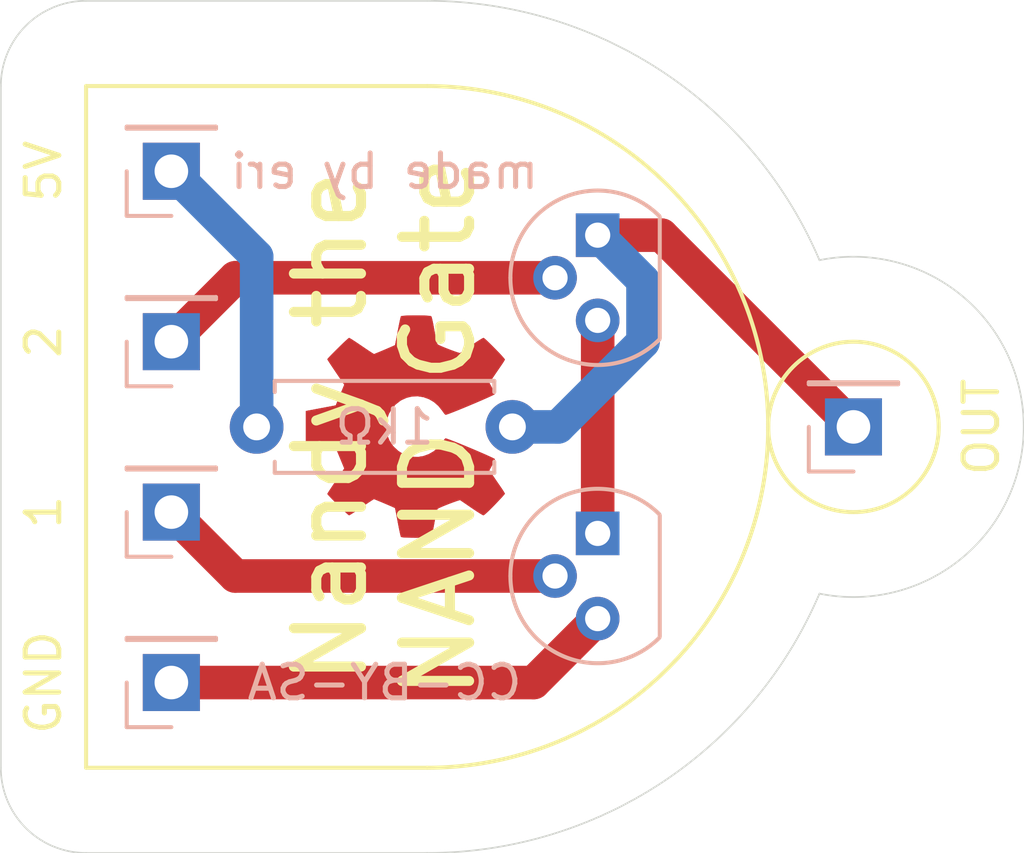
<source format=kicad_pcb>
(kicad_pcb (version 20171130) (host pcbnew 5.1.6+dfsg1-1)

  (general
    (thickness 1.6)
    (drawings 16)
    (tracks 15)
    (zones 0)
    (modules 9)
    (nets 7)
  )

  (page A4)
  (layers
    (0 F.Cu signal)
    (31 B.Cu signal)
    (32 B.Adhes user)
    (33 F.Adhes user)
    (34 B.Paste user)
    (35 F.Paste user)
    (36 B.SilkS user)
    (37 F.SilkS user)
    (38 B.Mask user)
    (39 F.Mask user)
    (40 Dwgs.User user)
    (41 Cmts.User user)
    (42 Eco1.User user)
    (43 Eco2.User user)
    (44 Edge.Cuts user)
    (45 Margin user)
    (46 B.CrtYd user)
    (47 F.CrtYd user)
    (48 B.Fab user)
    (49 F.Fab user)
  )

  (setup
    (last_trace_width 1)
    (user_trace_width 1)
    (trace_clearance 0.2)
    (zone_clearance 0.508)
    (zone_45_only no)
    (trace_min 0.2)
    (via_size 0.8)
    (via_drill 0.4)
    (via_min_size 0.4)
    (via_min_drill 0.3)
    (uvia_size 0.3)
    (uvia_drill 0.1)
    (uvias_allowed no)
    (uvia_min_size 0.2)
    (uvia_min_drill 0.1)
    (edge_width 0.05)
    (segment_width 0.2)
    (pcb_text_width 0.3)
    (pcb_text_size 1.5 1.5)
    (mod_edge_width 0.12)
    (mod_text_size 1 1)
    (mod_text_width 0.15)
    (pad_size 1.524 1.524)
    (pad_drill 0.762)
    (pad_to_mask_clearance 0.05)
    (aux_axis_origin 0 0)
    (visible_elements FFFFFF7F)
    (pcbplotparams
      (layerselection 0x010fc_ffffffff)
      (usegerberextensions false)
      (usegerberattributes true)
      (usegerberadvancedattributes true)
      (creategerberjobfile true)
      (excludeedgelayer true)
      (linewidth 0.100000)
      (plotframeref false)
      (viasonmask false)
      (mode 1)
      (useauxorigin false)
      (hpglpennumber 1)
      (hpglpenspeed 20)
      (hpglpendiameter 15.000000)
      (psnegative false)
      (psa4output false)
      (plotreference true)
      (plotvalue true)
      (plotinvisibletext false)
      (padsonsilk false)
      (subtractmaskfromsilk false)
      (outputformat 1)
      (mirror false)
      (drillshape 1)
      (scaleselection 1)
      (outputdirectory ""))
  )

  (net 0 "")
  (net 1 "Net-(J1-Pad1)")
  (net 2 "Net-(J2-Pad1)")
  (net 3 "Net-(J3-Pad1)")
  (net 4 "Net-(J4-Pad1)")
  (net 5 "Net-(J5-Pad1)")
  (net 6 "Net-(Q1-Pad3)")

  (net_class Default "This is the default net class."
    (clearance 0.2)
    (trace_width 0.25)
    (via_dia 0.8)
    (via_drill 0.4)
    (uvia_dia 0.3)
    (uvia_drill 0.1)
    (add_net "Net-(J1-Pad1)")
    (add_net "Net-(J2-Pad1)")
    (add_net "Net-(J3-Pad1)")
    (add_net "Net-(J4-Pad1)")
    (add_net "Net-(J5-Pad1)")
    (add_net "Net-(Q1-Pad3)")
  )

  (module Symbol:OSHW-Symbol_6.7x6mm_Copper (layer F.Cu) (tedit 0) (tstamp 6071F7E4)
    (at 156.845 58.42 90)
    (descr "Open Source Hardware Symbol")
    (tags "Logo Symbol OSHW")
    (attr virtual)
    (fp_text reference REF** (at 0 0 90) (layer F.SilkS) hide
      (effects (font (size 1 1) (thickness 0.15)))
    )
    (fp_text value OSHW-Symbol_6.7x6mm_Copper (at 0.75 0 90) (layer F.Fab) hide
      (effects (font (size 1 1) (thickness 0.15)))
    )
    (fp_poly (pts (xy 0.555814 -2.531069) (xy 0.639635 -2.086445) (xy 0.94892 -1.958947) (xy 1.258206 -1.831449)
      (xy 1.629246 -2.083754) (xy 1.733157 -2.154004) (xy 1.827087 -2.216728) (xy 1.906652 -2.269062)
      (xy 1.96747 -2.308143) (xy 2.005157 -2.331107) (xy 2.015421 -2.336058) (xy 2.03391 -2.323324)
      (xy 2.07342 -2.288118) (xy 2.129522 -2.234938) (xy 2.197787 -2.168282) (xy 2.273786 -2.092646)
      (xy 2.353092 -2.012528) (xy 2.431275 -1.932426) (xy 2.503907 -1.856836) (xy 2.566559 -1.790255)
      (xy 2.614803 -1.737182) (xy 2.64421 -1.702113) (xy 2.651241 -1.690377) (xy 2.641123 -1.66874)
      (xy 2.612759 -1.621338) (xy 2.569129 -1.552807) (xy 2.513218 -1.467785) (xy 2.448006 -1.370907)
      (xy 2.410219 -1.31565) (xy 2.341343 -1.214752) (xy 2.28014 -1.123701) (xy 2.229578 -1.04703)
      (xy 2.192628 -0.989272) (xy 2.172258 -0.954957) (xy 2.169197 -0.947746) (xy 2.176136 -0.927252)
      (xy 2.195051 -0.879487) (xy 2.223087 -0.811168) (xy 2.257391 -0.729011) (xy 2.295109 -0.63973)
      (xy 2.333387 -0.550042) (xy 2.36937 -0.466662) (xy 2.400206 -0.396306) (xy 2.423039 -0.34569)
      (xy 2.435017 -0.321529) (xy 2.435724 -0.320578) (xy 2.454531 -0.315964) (xy 2.504618 -0.305672)
      (xy 2.580793 -0.290713) (xy 2.677865 -0.272099) (xy 2.790643 -0.250841) (xy 2.856442 -0.238582)
      (xy 2.97695 -0.215638) (xy 3.085797 -0.193805) (xy 3.177476 -0.174278) (xy 3.246481 -0.158252)
      (xy 3.287304 -0.146921) (xy 3.295511 -0.143326) (xy 3.303548 -0.118994) (xy 3.310033 -0.064041)
      (xy 3.31497 0.015108) (xy 3.318364 0.112026) (xy 3.320218 0.220287) (xy 3.320538 0.333465)
      (xy 3.319327 0.445135) (xy 3.31659 0.548868) (xy 3.312331 0.638241) (xy 3.306555 0.706826)
      (xy 3.299267 0.748197) (xy 3.294895 0.75681) (xy 3.268764 0.767133) (xy 3.213393 0.781892)
      (xy 3.136107 0.799352) (xy 3.04423 0.81778) (xy 3.012158 0.823741) (xy 2.857524 0.852066)
      (xy 2.735375 0.874876) (xy 2.641673 0.89308) (xy 2.572384 0.907583) (xy 2.523471 0.919292)
      (xy 2.490897 0.929115) (xy 2.470628 0.937956) (xy 2.458626 0.946724) (xy 2.456947 0.948457)
      (xy 2.440184 0.976371) (xy 2.414614 1.030695) (xy 2.382788 1.104777) (xy 2.34726 1.191965)
      (xy 2.310583 1.285608) (xy 2.275311 1.379052) (xy 2.243996 1.465647) (xy 2.219193 1.53874)
      (xy 2.203454 1.591678) (xy 2.199332 1.617811) (xy 2.199676 1.618726) (xy 2.213641 1.640086)
      (xy 2.245322 1.687084) (xy 2.291391 1.754827) (xy 2.348518 1.838423) (xy 2.413373 1.932982)
      (xy 2.431843 1.959854) (xy 2.497699 2.057275) (xy 2.55565 2.146163) (xy 2.602538 2.221412)
      (xy 2.635207 2.27792) (xy 2.6505 2.310581) (xy 2.651241 2.314593) (xy 2.638392 2.335684)
      (xy 2.602888 2.377464) (xy 2.549293 2.435445) (xy 2.482171 2.505135) (xy 2.406087 2.582045)
      (xy 2.325604 2.661683) (xy 2.245287 2.739561) (xy 2.169699 2.811186) (xy 2.103405 2.87207)
      (xy 2.050969 2.917721) (xy 2.016955 2.94365) (xy 2.007545 2.947883) (xy 1.985643 2.937912)
      (xy 1.9408 2.91102) (xy 1.880321 2.871736) (xy 1.833789 2.840117) (xy 1.749475 2.782098)
      (xy 1.649626 2.713784) (xy 1.549473 2.645579) (xy 1.495627 2.609075) (xy 1.313371 2.4858)
      (xy 1.160381 2.56852) (xy 1.090682 2.604759) (xy 1.031414 2.632926) (xy 0.991311 2.648991)
      (xy 0.981103 2.651226) (xy 0.968829 2.634722) (xy 0.944613 2.588082) (xy 0.910263 2.515609)
      (xy 0.867588 2.421606) (xy 0.818394 2.310374) (xy 0.76449 2.186215) (xy 0.707684 2.053432)
      (xy 0.649782 1.916327) (xy 0.592593 1.779202) (xy 0.537924 1.646358) (xy 0.487584 1.522098)
      (xy 0.44338 1.410725) (xy 0.407119 1.316539) (xy 0.380609 1.243844) (xy 0.365658 1.196941)
      (xy 0.363254 1.180833) (xy 0.382311 1.160286) (xy 0.424036 1.126933) (xy 0.479706 1.087702)
      (xy 0.484378 1.084599) (xy 0.628264 0.969423) (xy 0.744283 0.835053) (xy 0.83143 0.685784)
      (xy 0.888699 0.525913) (xy 0.915086 0.359737) (xy 0.909585 0.191552) (xy 0.87119 0.025655)
      (xy 0.798895 -0.133658) (xy 0.777626 -0.168513) (xy 0.666996 -0.309263) (xy 0.536302 -0.422286)
      (xy 0.390064 -0.506997) (xy 0.232808 -0.562806) (xy 0.069057 -0.589126) (xy -0.096667 -0.58537)
      (xy -0.259838 -0.55095) (xy -0.415935 -0.485277) (xy -0.560433 -0.387765) (xy -0.605131 -0.348187)
      (xy -0.718888 -0.224297) (xy -0.801782 -0.093876) (xy -0.858644 0.052315) (xy -0.890313 0.197088)
      (xy -0.898131 0.35986) (xy -0.872062 0.52344) (xy -0.814755 0.682298) (xy -0.728856 0.830906)
      (xy -0.617014 0.963735) (xy -0.481877 1.075256) (xy -0.464117 1.087011) (xy -0.40785 1.125508)
      (xy -0.365077 1.158863) (xy -0.344628 1.18016) (xy -0.344331 1.180833) (xy -0.348721 1.203871)
      (xy -0.366124 1.256157) (xy -0.394732 1.33339) (xy -0.432735 1.431268) (xy -0.478326 1.545491)
      (xy -0.529697 1.671758) (xy -0.585038 1.805767) (xy -0.642542 1.943218) (xy -0.700399 2.079808)
      (xy -0.756802 2.211237) (xy -0.809942 2.333205) (xy -0.85801 2.441409) (xy -0.899199 2.531549)
      (xy -0.931699 2.599323) (xy -0.953703 2.64043) (xy -0.962564 2.651226) (xy -0.98964 2.642819)
      (xy -1.040303 2.620272) (xy -1.105817 2.587613) (xy -1.141841 2.56852) (xy -1.294832 2.4858)
      (xy -1.477088 2.609075) (xy -1.570125 2.672228) (xy -1.671985 2.741727) (xy -1.767438 2.807165)
      (xy -1.81525 2.840117) (xy -1.882495 2.885273) (xy -1.939436 2.921057) (xy -1.978646 2.942938)
      (xy -1.991381 2.947563) (xy -2.009917 2.935085) (xy -2.050941 2.900252) (xy -2.110475 2.846678)
      (xy -2.184542 2.777983) (xy -2.269165 2.697781) (xy -2.322685 2.646286) (xy -2.416319 2.554286)
      (xy -2.497241 2.471999) (xy -2.562177 2.402945) (xy -2.607858 2.350644) (xy -2.631011 2.318616)
      (xy -2.633232 2.312116) (xy -2.622924 2.287394) (xy -2.594439 2.237405) (xy -2.550937 2.167212)
      (xy -2.495577 2.081875) (xy -2.43152 1.986456) (xy -2.413303 1.959854) (xy -2.346927 1.863167)
      (xy -2.287378 1.776117) (xy -2.237984 1.703595) (xy -2.202075 1.650493) (xy -2.182981 1.621703)
      (xy -2.181136 1.618726) (xy -2.183895 1.595782) (xy -2.198538 1.545336) (xy -2.222513 1.474041)
      (xy -2.253266 1.388547) (xy -2.288244 1.295507) (xy -2.324893 1.201574) (xy -2.360661 1.113399)
      (xy -2.392994 1.037634) (xy -2.419338 0.980931) (xy -2.437142 0.949943) (xy -2.438407 0.948457)
      (xy -2.449294 0.939601) (xy -2.467682 0.930843) (xy -2.497606 0.921277) (xy -2.543103 0.909996)
      (xy -2.608209 0.896093) (xy -2.696961 0.878663) (xy -2.813393 0.856798) (xy -2.961542 0.829591)
      (xy -2.993618 0.823741) (xy -3.088686 0.805374) (xy -3.171565 0.787405) (xy -3.23493 0.771569)
      (xy -3.271458 0.7596) (xy -3.276356 0.75681) (xy -3.284427 0.732072) (xy -3.290987 0.67679)
      (xy -3.296033 0.597389) (xy -3.299559 0.500296) (xy -3.301561 0.391938) (xy -3.302036 0.27874)
      (xy -3.300977 0.167128) (xy -3.298382 0.063529) (xy -3.294246 -0.025632) (xy -3.288563 -0.093928)
      (xy -3.281331 -0.134934) (xy -3.276971 -0.143326) (xy -3.252698 -0.151792) (xy -3.197426 -0.165565)
      (xy -3.116662 -0.18345) (xy -3.015912 -0.204252) (xy -2.900683 -0.226777) (xy -2.837902 -0.238582)
      (xy -2.718787 -0.260849) (xy -2.612565 -0.281021) (xy -2.524427 -0.298085) (xy -2.459566 -0.311031)
      (xy -2.423174 -0.318845) (xy -2.417184 -0.320578) (xy -2.407061 -0.34011) (xy -2.385662 -0.387157)
      (xy -2.355839 -0.454997) (xy -2.320445 -0.536909) (xy -2.282332 -0.626172) (xy -2.244353 -0.716065)
      (xy -2.20936 -0.799865) (xy -2.180206 -0.870853) (xy -2.159743 -0.922306) (xy -2.150823 -0.947503)
      (xy -2.150657 -0.948604) (xy -2.160769 -0.968481) (xy -2.189117 -1.014223) (xy -2.232723 -1.081283)
      (xy -2.288606 -1.165116) (xy -2.353787 -1.261174) (xy -2.391679 -1.31635) (xy -2.460725 -1.417519)
      (xy -2.52205 -1.50937) (xy -2.572663 -1.587256) (xy -2.609571 -1.646531) (xy -2.629782 -1.682549)
      (xy -2.632701 -1.690623) (xy -2.620153 -1.709416) (xy -2.585463 -1.749543) (xy -2.533063 -1.806507)
      (xy -2.467384 -1.875815) (xy -2.392856 -1.952969) (xy -2.313913 -2.033475) (xy -2.234983 -2.112837)
      (xy -2.1605 -2.18656) (xy -2.094894 -2.250148) (xy -2.042596 -2.299106) (xy -2.008039 -2.328939)
      (xy -1.996478 -2.336058) (xy -1.977654 -2.326047) (xy -1.932631 -2.297922) (xy -1.865787 -2.254546)
      (xy -1.781499 -2.198782) (xy -1.684144 -2.133494) (xy -1.610707 -2.083754) (xy -1.239667 -1.831449)
      (xy -0.621095 -2.086445) (xy -0.537275 -2.531069) (xy -0.453454 -2.975693) (xy 0.471994 -2.975693)
      (xy 0.555814 -2.531069)) (layer F.Cu) (width 0.01))
  )

  (module Resistor_THT:R_Axial_DIN0207_L6.3mm_D2.5mm_P7.62mm_Horizontal (layer B.Cu) (tedit 5AE5139B) (tstamp 60719BC6)
    (at 152.4 58.42)
    (descr "Resistor, Axial_DIN0207 series, Axial, Horizontal, pin pitch=7.62mm, 0.25W = 1/4W, length*diameter=6.3*2.5mm^2, http://cdn-reichelt.de/documents/datenblatt/B400/1_4W%23YAG.pdf")
    (tags "Resistor Axial_DIN0207 series Axial Horizontal pin pitch 7.62mm 0.25W = 1/4W length 6.3mm diameter 2.5mm")
    (path /6072B61E)
    (fp_text reference 1kΩ (at 3.81 0) (layer B.SilkS)
      (effects (font (size 1 1) (thickness 0.15)) (justify mirror))
    )
    (fp_text value 200 (at 3.81 -2.37) (layer B.Fab)
      (effects (font (size 1 1) (thickness 0.15)) (justify mirror))
    )
    (fp_text user %R (at 3.81 0) (layer B.Fab)
      (effects (font (size 1 1) (thickness 0.15)) (justify mirror))
    )
    (fp_line (start 0.66 1.25) (end 0.66 -1.25) (layer B.Fab) (width 0.1))
    (fp_line (start 0.66 -1.25) (end 6.96 -1.25) (layer B.Fab) (width 0.1))
    (fp_line (start 6.96 -1.25) (end 6.96 1.25) (layer B.Fab) (width 0.1))
    (fp_line (start 6.96 1.25) (end 0.66 1.25) (layer B.Fab) (width 0.1))
    (fp_line (start 0 0) (end 0.66 0) (layer B.Fab) (width 0.1))
    (fp_line (start 7.62 0) (end 6.96 0) (layer B.Fab) (width 0.1))
    (fp_line (start 0.54 1.04) (end 0.54 1.37) (layer B.SilkS) (width 0.12))
    (fp_line (start 0.54 1.37) (end 7.08 1.37) (layer B.SilkS) (width 0.12))
    (fp_line (start 7.08 1.37) (end 7.08 1.04) (layer B.SilkS) (width 0.12))
    (fp_line (start 0.54 -1.04) (end 0.54 -1.37) (layer B.SilkS) (width 0.12))
    (fp_line (start 0.54 -1.37) (end 7.08 -1.37) (layer B.SilkS) (width 0.12))
    (fp_line (start 7.08 -1.37) (end 7.08 -1.04) (layer B.SilkS) (width 0.12))
    (fp_line (start -1.05 1.5) (end -1.05 -1.5) (layer B.CrtYd) (width 0.05))
    (fp_line (start -1.05 -1.5) (end 8.67 -1.5) (layer B.CrtYd) (width 0.05))
    (fp_line (start 8.67 -1.5) (end 8.67 1.5) (layer B.CrtYd) (width 0.05))
    (fp_line (start 8.67 1.5) (end -1.05 1.5) (layer B.CrtYd) (width 0.05))
    (pad 2 thru_hole oval (at 7.62 0) (size 1.6 1.6) (drill 0.8) (layers *.Cu *.Mask)
      (net 5 "Net-(J5-Pad1)"))
    (pad 1 thru_hole circle (at 0 0) (size 1.6 1.6) (drill 0.8) (layers *.Cu *.Mask)
      (net 3 "Net-(J3-Pad1)"))
    (model ${KISYS3DMOD}/Resistor_THT.3dshapes/R_Axial_DIN0207_L6.3mm_D2.5mm_P7.62mm_Horizontal.wrl
      (at (xyz 0 0 0))
      (scale (xyz 1 1 1))
      (rotate (xyz 0 0 0))
    )
  )

  (module Package_TO_SOT_THT:TO-92 (layer B.Cu) (tedit 5A279852) (tstamp 60719B81)
    (at 162.56 61.595 270)
    (descr "TO-92 leads molded, narrow, drill 0.75mm (see NXP sot054_po.pdf)")
    (tags "to-92 sc-43 sc-43a sot54 PA33 transistor")
    (path /607222E1)
    (fp_text reference Q2 (at 1.27 3.56 270) (layer B.SilkS) hide
      (effects (font (size 1 1) (thickness 0.15)) (justify mirror))
    )
    (fp_text value Q_NPN_CBE (at 1.27 -2.79 270) (layer B.Fab)
      (effects (font (size 1 1) (thickness 0.15)) (justify mirror))
    )
    (fp_arc (start 1.27 0) (end 1.27 2.6) (angle -135) (layer B.SilkS) (width 0.12))
    (fp_arc (start 1.27 0) (end 1.27 2.48) (angle 135) (layer B.Fab) (width 0.1))
    (fp_arc (start 1.27 0) (end 1.27 2.6) (angle 135) (layer B.SilkS) (width 0.12))
    (fp_arc (start 1.27 0) (end 1.27 2.48) (angle -135) (layer B.Fab) (width 0.1))
    (fp_text user %R (at 1.27 3.56 270) (layer B.Fab)
      (effects (font (size 1 1) (thickness 0.15)) (justify mirror))
    )
    (fp_line (start -0.53 -1.85) (end 3.07 -1.85) (layer B.SilkS) (width 0.12))
    (fp_line (start -0.5 -1.75) (end 3 -1.75) (layer B.Fab) (width 0.1))
    (fp_line (start -1.46 2.73) (end 4 2.73) (layer B.CrtYd) (width 0.05))
    (fp_line (start -1.46 2.73) (end -1.46 -2.01) (layer B.CrtYd) (width 0.05))
    (fp_line (start 4 -2.01) (end 4 2.73) (layer B.CrtYd) (width 0.05))
    (fp_line (start 4 -2.01) (end -1.46 -2.01) (layer B.CrtYd) (width 0.05))
    (pad 1 thru_hole rect (at 0 0 180) (size 1.3 1.3) (drill 0.75) (layers *.Cu *.Mask)
      (net 6 "Net-(Q1-Pad3)"))
    (pad 3 thru_hole circle (at 2.54 0 180) (size 1.3 1.3) (drill 0.75) (layers *.Cu *.Mask)
      (net 4 "Net-(J4-Pad1)"))
    (pad 2 thru_hole circle (at 1.27 1.27 180) (size 1.3 1.3) (drill 0.75) (layers *.Cu *.Mask)
      (net 2 "Net-(J2-Pad1)"))
    (model ${KISYS3DMOD}/Package_TO_SOT_THT.3dshapes/TO-92.wrl
      (at (xyz 0 0 0))
      (scale (xyz 1 1 1))
      (rotate (xyz 0 0 0))
    )
  )

  (module Package_TO_SOT_THT:TO-92 (layer B.Cu) (tedit 5A279852) (tstamp 60719B6F)
    (at 162.56 52.705 270)
    (descr "TO-92 leads molded, narrow, drill 0.75mm (see NXP sot054_po.pdf)")
    (tags "to-92 sc-43 sc-43a sot54 PA33 transistor")
    (path /607215F8)
    (fp_text reference Q1 (at 1.27 3.56 270) (layer B.SilkS) hide
      (effects (font (size 1 1) (thickness 0.15)) (justify mirror))
    )
    (fp_text value Q_NPN_CBE (at 1.27 -2.79 270) (layer B.Fab)
      (effects (font (size 1 1) (thickness 0.15)) (justify mirror))
    )
    (fp_arc (start 1.27 0) (end 1.27 2.6) (angle -135) (layer B.SilkS) (width 0.12))
    (fp_arc (start 1.27 0) (end 1.27 2.48) (angle 135) (layer B.Fab) (width 0.1))
    (fp_arc (start 1.27 0) (end 1.27 2.6) (angle 135) (layer B.SilkS) (width 0.12))
    (fp_arc (start 1.27 0) (end 1.27 2.48) (angle -135) (layer B.Fab) (width 0.1))
    (fp_text user %R (at 1.27 3.56 270) (layer B.Fab)
      (effects (font (size 1 1) (thickness 0.15)) (justify mirror))
    )
    (fp_line (start -0.53 -1.85) (end 3.07 -1.85) (layer B.SilkS) (width 0.12))
    (fp_line (start -0.5 -1.75) (end 3 -1.75) (layer B.Fab) (width 0.1))
    (fp_line (start -1.46 2.73) (end 4 2.73) (layer B.CrtYd) (width 0.05))
    (fp_line (start -1.46 2.73) (end -1.46 -2.01) (layer B.CrtYd) (width 0.05))
    (fp_line (start 4 -2.01) (end 4 2.73) (layer B.CrtYd) (width 0.05))
    (fp_line (start 4 -2.01) (end -1.46 -2.01) (layer B.CrtYd) (width 0.05))
    (pad 1 thru_hole rect (at 0 0 180) (size 1.3 1.3) (drill 0.75) (layers *.Cu *.Mask)
      (net 5 "Net-(J5-Pad1)"))
    (pad 3 thru_hole circle (at 2.54 0 180) (size 1.3 1.3) (drill 0.75) (layers *.Cu *.Mask)
      (net 6 "Net-(Q1-Pad3)"))
    (pad 2 thru_hole circle (at 1.27 1.27 180) (size 1.3 1.3) (drill 0.75) (layers *.Cu *.Mask)
      (net 1 "Net-(J1-Pad1)"))
    (model ${KISYS3DMOD}/Package_TO_SOT_THT.3dshapes/TO-92.wrl
      (at (xyz 0 0 0))
      (scale (xyz 1 1 1))
      (rotate (xyz 0 0 0))
    )
  )

  (module Connector_PinHeader_2.54mm:PinHeader_1x01_P2.54mm_Vertical (layer B.Cu) (tedit 59FED5CC) (tstamp 60719B5D)
    (at 170.18 58.42)
    (descr "Through hole straight pin header, 1x01, 2.54mm pitch, single row")
    (tags "Through hole pin header THT 1x01 2.54mm single row")
    (path /60720E49)
    (fp_text reference OUT (at 3.81 0 90) (layer F.SilkS)
      (effects (font (size 1 1) (thickness 0.15)))
    )
    (fp_text value Output (at 0 -2.33) (layer B.Fab)
      (effects (font (size 1 1) (thickness 0.15)) (justify mirror))
    )
    (fp_text user %R (at 0 0 -90) (layer B.Fab)
      (effects (font (size 1 1) (thickness 0.15)) (justify mirror))
    )
    (fp_line (start -0.635 1.27) (end 1.27 1.27) (layer B.Fab) (width 0.1))
    (fp_line (start 1.27 1.27) (end 1.27 -1.27) (layer B.Fab) (width 0.1))
    (fp_line (start 1.27 -1.27) (end -1.27 -1.27) (layer B.Fab) (width 0.1))
    (fp_line (start -1.27 -1.27) (end -1.27 0.635) (layer B.Fab) (width 0.1))
    (fp_line (start -1.27 0.635) (end -0.635 1.27) (layer B.Fab) (width 0.1))
    (fp_line (start -1.33 -1.33) (end 1.33 -1.33) (layer B.SilkS) (width 0.12))
    (fp_line (start -1.33 -1.27) (end -1.33 -1.33) (layer B.SilkS) (width 0.12))
    (fp_line (start 1.33 -1.27) (end 1.33 -1.33) (layer B.SilkS) (width 0.12))
    (fp_line (start -1.33 -1.27) (end 1.33 -1.27) (layer B.SilkS) (width 0.12))
    (fp_line (start -1.33 0) (end -1.33 1.33) (layer B.SilkS) (width 0.12))
    (fp_line (start -1.33 1.33) (end 0 1.33) (layer B.SilkS) (width 0.12))
    (fp_line (start -1.8 1.8) (end -1.8 -1.8) (layer B.CrtYd) (width 0.05))
    (fp_line (start -1.8 -1.8) (end 1.8 -1.8) (layer B.CrtYd) (width 0.05))
    (fp_line (start 1.8 -1.8) (end 1.8 1.8) (layer B.CrtYd) (width 0.05))
    (fp_line (start 1.8 1.8) (end -1.8 1.8) (layer B.CrtYd) (width 0.05))
    (pad 1 thru_hole rect (at 0 0) (size 1.7 1.7) (drill 1) (layers *.Cu *.Mask)
      (net 5 "Net-(J5-Pad1)"))
    (model ${KISYS3DMOD}/Connector_PinHeader_2.54mm.3dshapes/PinHeader_1x01_P2.54mm_Vertical.wrl
      (at (xyz 0 0 0))
      (scale (xyz 1 1 1))
      (rotate (xyz 0 0 0))
    )
  )

  (module Connector_PinHeader_2.54mm:PinHeader_1x01_P2.54mm_Vertical (layer B.Cu) (tedit 59FED5CC) (tstamp 60719B48)
    (at 149.86 66.04)
    (descr "Through hole straight pin header, 1x01, 2.54mm pitch, single row")
    (tags "Through hole pin header THT 1x01 2.54mm single row")
    (path /60720A40)
    (fp_text reference GND (at -3.81 0 90) (layer F.SilkS)
      (effects (font (size 1 1) (thickness 0.15)))
    )
    (fp_text value GND (at 0 -2.33) (layer B.Fab)
      (effects (font (size 1 1) (thickness 0.15)) (justify mirror))
    )
    (fp_text user %R (at 0 0 -90) (layer B.Fab)
      (effects (font (size 1 1) (thickness 0.15)) (justify mirror))
    )
    (fp_line (start -0.635 1.27) (end 1.27 1.27) (layer B.Fab) (width 0.1))
    (fp_line (start 1.27 1.27) (end 1.27 -1.27) (layer B.Fab) (width 0.1))
    (fp_line (start 1.27 -1.27) (end -1.27 -1.27) (layer B.Fab) (width 0.1))
    (fp_line (start -1.27 -1.27) (end -1.27 0.635) (layer B.Fab) (width 0.1))
    (fp_line (start -1.27 0.635) (end -0.635 1.27) (layer B.Fab) (width 0.1))
    (fp_line (start -1.33 -1.33) (end 1.33 -1.33) (layer B.SilkS) (width 0.12))
    (fp_line (start -1.33 -1.27) (end -1.33 -1.33) (layer B.SilkS) (width 0.12))
    (fp_line (start 1.33 -1.27) (end 1.33 -1.33) (layer B.SilkS) (width 0.12))
    (fp_line (start -1.33 -1.27) (end 1.33 -1.27) (layer B.SilkS) (width 0.12))
    (fp_line (start -1.33 0) (end -1.33 1.33) (layer B.SilkS) (width 0.12))
    (fp_line (start -1.33 1.33) (end 0 1.33) (layer B.SilkS) (width 0.12))
    (fp_line (start -1.8 1.8) (end -1.8 -1.8) (layer B.CrtYd) (width 0.05))
    (fp_line (start -1.8 -1.8) (end 1.8 -1.8) (layer B.CrtYd) (width 0.05))
    (fp_line (start 1.8 -1.8) (end 1.8 1.8) (layer B.CrtYd) (width 0.05))
    (fp_line (start 1.8 1.8) (end -1.8 1.8) (layer B.CrtYd) (width 0.05))
    (pad 1 thru_hole rect (at 0 0) (size 1.7 1.7) (drill 1) (layers *.Cu *.Mask)
      (net 4 "Net-(J4-Pad1)"))
    (model ${KISYS3DMOD}/Connector_PinHeader_2.54mm.3dshapes/PinHeader_1x01_P2.54mm_Vertical.wrl
      (at (xyz 0 0 0))
      (scale (xyz 1 1 1))
      (rotate (xyz 0 0 0))
    )
  )

  (module Connector_PinHeader_2.54mm:PinHeader_1x01_P2.54mm_Vertical (layer B.Cu) (tedit 59FED5CC) (tstamp 60719B33)
    (at 149.86 50.8)
    (descr "Through hole straight pin header, 1x01, 2.54mm pitch, single row")
    (tags "Through hole pin header THT 1x01 2.54mm single row")
    (path /6072072A)
    (fp_text reference 5V (at -3.81 0 270) (layer F.SilkS)
      (effects (font (size 1 1) (thickness 0.15)))
    )
    (fp_text value 5V (at 0 -2.33) (layer B.Fab)
      (effects (font (size 1 1) (thickness 0.15)) (justify mirror))
    )
    (fp_text user %R (at 0 0 -90) (layer B.Fab)
      (effects (font (size 1 1) (thickness 0.15)) (justify mirror))
    )
    (fp_line (start -0.635 1.27) (end 1.27 1.27) (layer B.Fab) (width 0.1))
    (fp_line (start 1.27 1.27) (end 1.27 -1.27) (layer B.Fab) (width 0.1))
    (fp_line (start 1.27 -1.27) (end -1.27 -1.27) (layer B.Fab) (width 0.1))
    (fp_line (start -1.27 -1.27) (end -1.27 0.635) (layer B.Fab) (width 0.1))
    (fp_line (start -1.27 0.635) (end -0.635 1.27) (layer B.Fab) (width 0.1))
    (fp_line (start -1.33 -1.33) (end 1.33 -1.33) (layer B.SilkS) (width 0.12))
    (fp_line (start -1.33 -1.27) (end -1.33 -1.33) (layer B.SilkS) (width 0.12))
    (fp_line (start 1.33 -1.27) (end 1.33 -1.33) (layer B.SilkS) (width 0.12))
    (fp_line (start -1.33 -1.27) (end 1.33 -1.27) (layer B.SilkS) (width 0.12))
    (fp_line (start -1.33 0) (end -1.33 1.33) (layer B.SilkS) (width 0.12))
    (fp_line (start -1.33 1.33) (end 0 1.33) (layer B.SilkS) (width 0.12))
    (fp_line (start -1.8 1.8) (end -1.8 -1.8) (layer B.CrtYd) (width 0.05))
    (fp_line (start -1.8 -1.8) (end 1.8 -1.8) (layer B.CrtYd) (width 0.05))
    (fp_line (start 1.8 -1.8) (end 1.8 1.8) (layer B.CrtYd) (width 0.05))
    (fp_line (start 1.8 1.8) (end -1.8 1.8) (layer B.CrtYd) (width 0.05))
    (pad 1 thru_hole rect (at 0 0) (size 1.7 1.7) (drill 1) (layers *.Cu *.Mask)
      (net 3 "Net-(J3-Pad1)"))
    (model ${KISYS3DMOD}/Connector_PinHeader_2.54mm.3dshapes/PinHeader_1x01_P2.54mm_Vertical.wrl
      (at (xyz 0 0 0))
      (scale (xyz 1 1 1))
      (rotate (xyz 0 0 0))
    )
  )

  (module Connector_PinHeader_2.54mm:PinHeader_1x01_P2.54mm_Vertical (layer B.Cu) (tedit 59FED5CC) (tstamp 60719B1E)
    (at 149.86 60.96)
    (descr "Through hole straight pin header, 1x01, 2.54mm pitch, single row")
    (tags "Through hole pin header THT 1x01 2.54mm single row")
    (path /60720137)
    (fp_text reference 1 (at -3.81 0 90) (layer F.SilkS)
      (effects (font (size 1 1) (thickness 0.15)))
    )
    (fp_text value "Input 2" (at 0 -2.33) (layer B.Fab)
      (effects (font (size 1 1) (thickness 0.15)) (justify mirror))
    )
    (fp_text user %R (at 0 0 -90) (layer B.Fab)
      (effects (font (size 1 1) (thickness 0.15)) (justify mirror))
    )
    (fp_line (start -0.635 1.27) (end 1.27 1.27) (layer B.Fab) (width 0.1))
    (fp_line (start 1.27 1.27) (end 1.27 -1.27) (layer B.Fab) (width 0.1))
    (fp_line (start 1.27 -1.27) (end -1.27 -1.27) (layer B.Fab) (width 0.1))
    (fp_line (start -1.27 -1.27) (end -1.27 0.635) (layer B.Fab) (width 0.1))
    (fp_line (start -1.27 0.635) (end -0.635 1.27) (layer B.Fab) (width 0.1))
    (fp_line (start -1.33 -1.33) (end 1.33 -1.33) (layer B.SilkS) (width 0.12))
    (fp_line (start -1.33 -1.27) (end -1.33 -1.33) (layer B.SilkS) (width 0.12))
    (fp_line (start 1.33 -1.27) (end 1.33 -1.33) (layer B.SilkS) (width 0.12))
    (fp_line (start -1.33 -1.27) (end 1.33 -1.27) (layer B.SilkS) (width 0.12))
    (fp_line (start -1.33 0) (end -1.33 1.33) (layer B.SilkS) (width 0.12))
    (fp_line (start -1.33 1.33) (end 0 1.33) (layer B.SilkS) (width 0.12))
    (fp_line (start -1.8 1.8) (end -1.8 -1.8) (layer B.CrtYd) (width 0.05))
    (fp_line (start -1.8 -1.8) (end 1.8 -1.8) (layer B.CrtYd) (width 0.05))
    (fp_line (start 1.8 -1.8) (end 1.8 1.8) (layer B.CrtYd) (width 0.05))
    (fp_line (start 1.8 1.8) (end -1.8 1.8) (layer B.CrtYd) (width 0.05))
    (pad 1 thru_hole rect (at 0 0) (size 1.7 1.7) (drill 1) (layers *.Cu *.Mask)
      (net 2 "Net-(J2-Pad1)"))
    (model ${KISYS3DMOD}/Connector_PinHeader_2.54mm.3dshapes/PinHeader_1x01_P2.54mm_Vertical.wrl
      (at (xyz 0 0 0))
      (scale (xyz 1 1 1))
      (rotate (xyz 0 0 0))
    )
  )

  (module Connector_PinHeader_2.54mm:PinHeader_1x01_P2.54mm_Vertical (layer B.Cu) (tedit 59FED5CC) (tstamp 60719B09)
    (at 149.86 55.88)
    (descr "Through hole straight pin header, 1x01, 2.54mm pitch, single row")
    (tags "Through hole pin header THT 1x01 2.54mm single row")
    (path /6071FDE0)
    (fp_text reference 2 (at -3.81 0 270) (layer F.SilkS)
      (effects (font (size 1 1) (thickness 0.15)))
    )
    (fp_text value "Input 1" (at 0 -2.33) (layer B.Fab)
      (effects (font (size 1 1) (thickness 0.15)) (justify mirror))
    )
    (fp_text user %R (at 0 0 -90) (layer B.Fab)
      (effects (font (size 1 1) (thickness 0.15)) (justify mirror))
    )
    (fp_line (start -0.635 1.27) (end 1.27 1.27) (layer B.Fab) (width 0.1))
    (fp_line (start 1.27 1.27) (end 1.27 -1.27) (layer B.Fab) (width 0.1))
    (fp_line (start 1.27 -1.27) (end -1.27 -1.27) (layer B.Fab) (width 0.1))
    (fp_line (start -1.27 -1.27) (end -1.27 0.635) (layer B.Fab) (width 0.1))
    (fp_line (start -1.27 0.635) (end -0.635 1.27) (layer B.Fab) (width 0.1))
    (fp_line (start -1.33 -1.33) (end 1.33 -1.33) (layer B.SilkS) (width 0.12))
    (fp_line (start -1.33 -1.27) (end -1.33 -1.33) (layer B.SilkS) (width 0.12))
    (fp_line (start 1.33 -1.27) (end 1.33 -1.33) (layer B.SilkS) (width 0.12))
    (fp_line (start -1.33 -1.27) (end 1.33 -1.27) (layer B.SilkS) (width 0.12))
    (fp_line (start -1.33 0) (end -1.33 1.33) (layer B.SilkS) (width 0.12))
    (fp_line (start -1.33 1.33) (end 0 1.33) (layer B.SilkS) (width 0.12))
    (fp_line (start -1.8 1.8) (end -1.8 -1.8) (layer B.CrtYd) (width 0.05))
    (fp_line (start -1.8 -1.8) (end 1.8 -1.8) (layer B.CrtYd) (width 0.05))
    (fp_line (start 1.8 -1.8) (end 1.8 1.8) (layer B.CrtYd) (width 0.05))
    (fp_line (start 1.8 1.8) (end -1.8 1.8) (layer B.CrtYd) (width 0.05))
    (pad 1 thru_hole rect (at 0 0) (size 1.7 1.7) (drill 1) (layers *.Cu *.Mask)
      (net 1 "Net-(J1-Pad1)"))
    (model ${KISYS3DMOD}/Connector_PinHeader_2.54mm.3dshapes/PinHeader_1x01_P2.54mm_Vertical.wrl
      (at (xyz 0 0 0))
      (scale (xyz 1 1 1))
      (rotate (xyz 0 0 0))
    )
  )

  (gr_text "made by eri" (at 156.21 50.8) (layer B.SilkS)
    (effects (font (size 1 1) (thickness 0.15)) (justify mirror))
  )
  (gr_text CC-BY-SA (at 156.21 66.04) (layer B.SilkS)
    (effects (font (size 1 1) (thickness 0.15)) (justify mirror))
  )
  (gr_text "Nandy the\nNAND Gate" (at 156.21 58.42 90) (layer F.SilkS)
    (effects (font (size 2 2) (thickness 0.3)))
  )
  (gr_arc (start 157.48 58.42) (end 157.48 71.12) (angle -66.96193208) (layer Edge.Cuts) (width 0.05) (tstamp 6071A19C))
  (gr_arc (start 170.18 58.42) (end 169.167112 63.390051) (angle -203.0380715) (layer Edge.Cuts) (width 0.05))
  (gr_arc (start 157.48 58.42) (end 157.48 68.58) (angle -180) (layer F.SilkS) (width 0.12))
  (gr_line (start 147.32 68.58) (end 157.48 68.58) (layer F.SilkS) (width 0.12))
  (gr_line (start 147.32 48.26) (end 157.48 48.26) (layer F.SilkS) (width 0.12))
  (gr_line (start 147.32 68.58) (end 147.32 48.26) (layer F.SilkS) (width 0.12))
  (gr_circle (center 170.18 58.42) (end 170.18 55.88) (layer F.SilkS) (width 0.12))
  (gr_arc (start 157.48 58.42) (end 157.48 45.72) (angle 66.96193208) (layer Edge.Cuts) (width 0.05) (tstamp 6071A153))
  (gr_arc (start 147.32 68.58) (end 144.78 68.58) (angle -90) (layer Edge.Cuts) (width 0.05))
  (gr_arc (start 147.32 48.26) (end 147.32 45.72) (angle -90) (layer Edge.Cuts) (width 0.05))
  (gr_line (start 147.32 45.72) (end 157.48 45.72) (layer Edge.Cuts) (width 0.05) (tstamp 6071A123))
  (gr_line (start 144.78 68.58) (end 144.78 48.26) (layer Edge.Cuts) (width 0.05))
  (gr_line (start 157.48 71.12) (end 147.32 71.12) (layer Edge.Cuts) (width 0.05))

  (segment (start 149.86 55.88) (end 151.765 53.975) (width 1) (layer F.Cu) (net 1))
  (segment (start 151.765 53.975) (end 161.29 53.975) (width 1) (layer F.Cu) (net 1))
  (segment (start 151.765 62.865) (end 149.86 60.96) (width 1) (layer F.Cu) (net 2))
  (segment (start 161.29 62.865) (end 151.765 62.865) (width 1) (layer F.Cu) (net 2))
  (segment (start 152.4 53.34) (end 149.86 50.8) (width 1) (layer B.Cu) (net 3))
  (segment (start 152.4 58.42) (end 152.4 53.34) (width 1) (layer B.Cu) (net 3))
  (segment (start 160.655 66.04) (end 149.86 66.04) (width 1) (layer F.Cu) (net 4))
  (segment (start 162.56 64.135) (end 160.655 66.04) (width 1) (layer F.Cu) (net 4))
  (segment (start 164.465 52.705) (end 170.18 58.42) (width 1) (layer F.Cu) (net 5))
  (segment (start 162.56 52.705) (end 164.465 52.705) (width 1) (layer F.Cu) (net 5))
  (segment (start 161.383002 58.42) (end 160.02 58.42) (width 1) (layer B.Cu) (net 5))
  (segment (start 163.910001 55.893001) (end 161.383002 58.42) (width 1) (layer B.Cu) (net 5))
  (segment (start 163.910001 54.055001) (end 163.910001 55.893001) (width 1) (layer B.Cu) (net 5))
  (segment (start 162.56 52.705) (end 163.910001 54.055001) (width 1) (layer B.Cu) (net 5))
  (segment (start 162.56 61.595) (end 162.56 55.245) (width 1) (layer F.Cu) (net 6))

)

</source>
